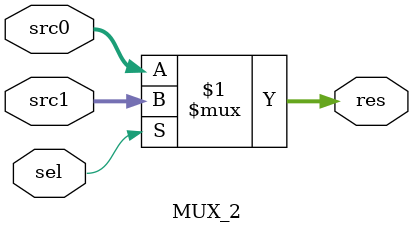
<source format=v>
module MUX_2 # (
    parameter               WIDTH                   = 32
)(
    input                   [WIDTH-1 : 0]           src0, src1,
    input                   [      0 : 0]           sel,

    output                  [WIDTH-1 : 0]           res
);

    assign res = sel ? src1 : src0;

endmodule
</source>
